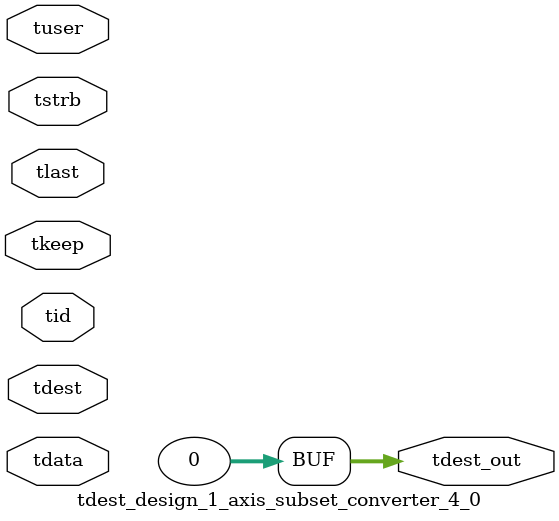
<source format=v>


`timescale 1ps/1ps

module tdest_design_1_axis_subset_converter_4_0 #
(
parameter C_S_AXIS_TDATA_WIDTH = 32,
parameter C_S_AXIS_TUSER_WIDTH = 0,
parameter C_S_AXIS_TID_WIDTH   = 0,
parameter C_S_AXIS_TDEST_WIDTH = 0,
parameter C_M_AXIS_TDEST_WIDTH = 32
)
(
input  [(C_S_AXIS_TDATA_WIDTH == 0 ? 1 : C_S_AXIS_TDATA_WIDTH)-1:0     ] tdata,
input  [(C_S_AXIS_TUSER_WIDTH == 0 ? 1 : C_S_AXIS_TUSER_WIDTH)-1:0     ] tuser,
input  [(C_S_AXIS_TID_WIDTH   == 0 ? 1 : C_S_AXIS_TID_WIDTH)-1:0       ] tid,
input  [(C_S_AXIS_TDEST_WIDTH == 0 ? 1 : C_S_AXIS_TDEST_WIDTH)-1:0     ] tdest,
input  [(C_S_AXIS_TDATA_WIDTH/8)-1:0 ] tkeep,
input  [(C_S_AXIS_TDATA_WIDTH/8)-1:0 ] tstrb,
input                                                                    tlast,
output [C_M_AXIS_TDEST_WIDTH-1:0] tdest_out
);

assign tdest_out = {1'b0};

endmodule


</source>
